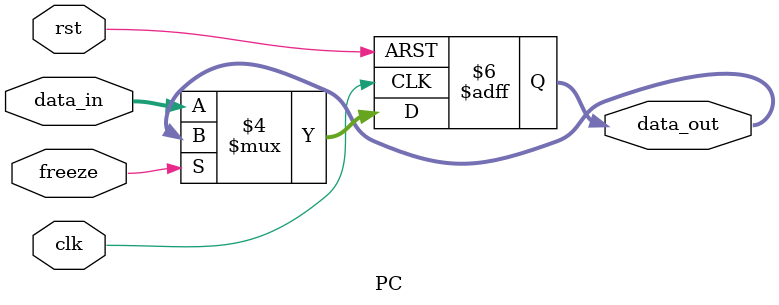
<source format=v>
module PC #(
    parameter DATA_LEN = 32
) (
    input wire  clk, rst,
    input wire [DATA_LEN - 1 : 0] data_in,
    input wire                    freeze,
    output reg [DATA_LEN - 1 : 0] data_out
);

    always @(posedge clk or negedge rst) begin
        if(~rst)
            data_out <= 'b0;
        else begin
            if(freeze) begin
                data_out <= data_out;
            end
            else
                data_out <= data_in;
        end    
    end

    
endmodule
</source>
